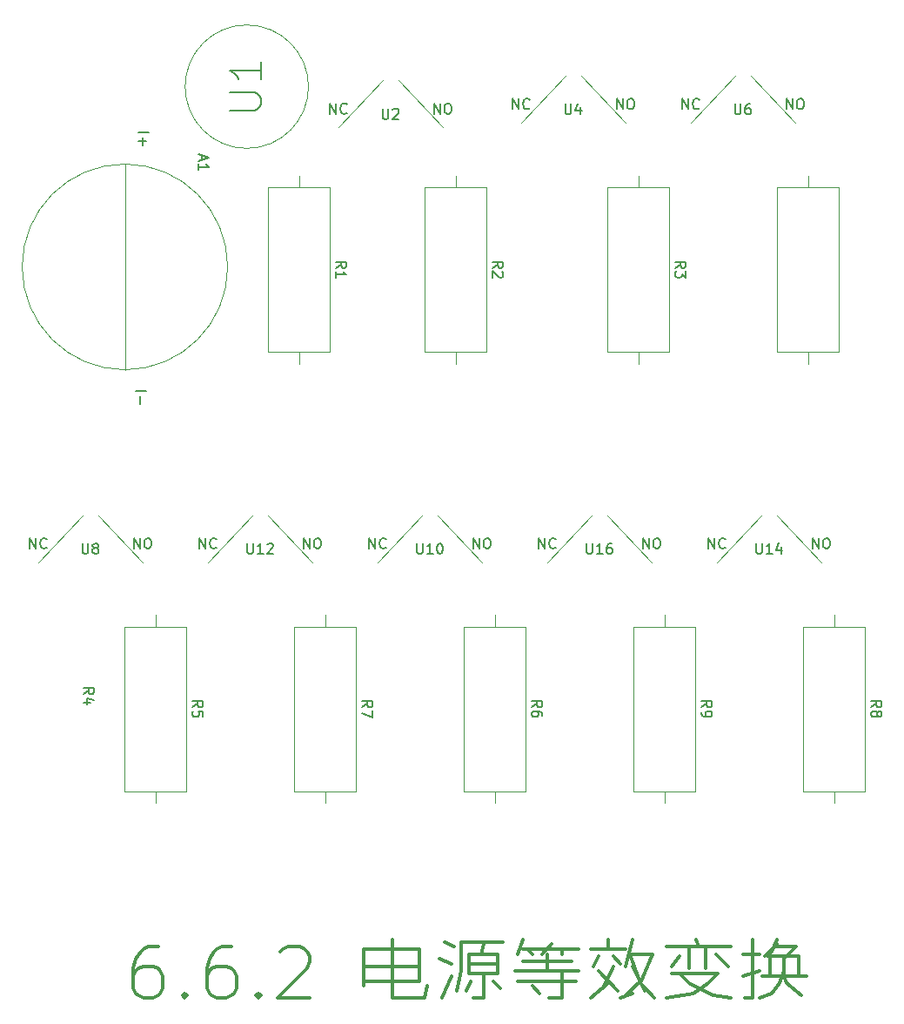
<source format=gbr>
%TF.GenerationSoftware,KiCad,Pcbnew,(6.0.7)*%
%TF.CreationDate,2022-09-04T22:45:54+08:00*%
%TF.ProjectId,6_6_2,365f365f-322e-46b6-9963-61645f706362,rev?*%
%TF.SameCoordinates,Original*%
%TF.FileFunction,Legend,Top*%
%TF.FilePolarity,Positive*%
%FSLAX46Y46*%
G04 Gerber Fmt 4.6, Leading zero omitted, Abs format (unit mm)*
G04 Created by KiCad (PCBNEW (6.0.7)) date 2022-09-04 22:45:54*
%MOMM*%
%LPD*%
G01*
G04 APERTURE LIST*
%ADD10C,0.300000*%
%ADD11C,0.150000*%
%ADD12C,0.120000*%
G04 APERTURE END LIST*
D10*
X33261904Y-105211904D02*
X32309523Y-105211904D01*
X31833333Y-105450000D01*
X31595238Y-105688095D01*
X31119047Y-106402380D01*
X30880952Y-107354761D01*
X30880952Y-109259523D01*
X31119047Y-109735714D01*
X31357142Y-109973809D01*
X31833333Y-110211904D01*
X32785714Y-110211904D01*
X33261904Y-109973809D01*
X33499999Y-109735714D01*
X33738095Y-109259523D01*
X33738095Y-108069047D01*
X33499999Y-107592857D01*
X33261904Y-107354761D01*
X32785714Y-107116666D01*
X31833333Y-107116666D01*
X31357142Y-107354761D01*
X31119047Y-107592857D01*
X30880952Y-108069047D01*
X35880952Y-109735714D02*
X36119047Y-109973809D01*
X35880952Y-110211904D01*
X35642857Y-109973809D01*
X35880952Y-109735714D01*
X35880952Y-110211904D01*
X40404761Y-105211904D02*
X39452380Y-105211904D01*
X38976190Y-105450000D01*
X38738095Y-105688095D01*
X38261904Y-106402380D01*
X38023809Y-107354761D01*
X38023809Y-109259523D01*
X38261904Y-109735714D01*
X38500000Y-109973809D01*
X38976190Y-110211904D01*
X39928571Y-110211904D01*
X40404761Y-109973809D01*
X40642857Y-109735714D01*
X40880952Y-109259523D01*
X40880952Y-108069047D01*
X40642857Y-107592857D01*
X40404761Y-107354761D01*
X39928571Y-107116666D01*
X38976190Y-107116666D01*
X38500000Y-107354761D01*
X38261904Y-107592857D01*
X38023809Y-108069047D01*
X43023809Y-109735714D02*
X43261904Y-109973809D01*
X43023809Y-110211904D01*
X42785714Y-109973809D01*
X43023809Y-109735714D01*
X43023809Y-110211904D01*
X45166666Y-105688095D02*
X45404761Y-105450000D01*
X45880952Y-105211904D01*
X47071428Y-105211904D01*
X47547619Y-105450000D01*
X47785714Y-105688095D01*
X48023809Y-106164285D01*
X48023809Y-106640476D01*
X47785714Y-107354761D01*
X44928571Y-110211904D01*
X48023809Y-110211904D01*
X53261904Y-107116666D02*
X58738095Y-107116666D01*
X53261904Y-108545238D02*
X58738095Y-108545238D01*
X56119047Y-110211904D02*
X59214285Y-110211904D01*
X53261904Y-105450000D02*
X53261904Y-109021428D01*
X56119047Y-104497619D02*
X56119047Y-110211904D01*
X53261904Y-105450000D02*
X58738095Y-105450000D01*
X58738095Y-108545238D01*
X59452380Y-109021428D02*
X59214285Y-110211904D01*
X62785714Y-104735714D02*
X66833333Y-104735714D01*
X63499999Y-106878571D02*
X66357142Y-106878571D01*
X63499999Y-107830952D02*
X66357142Y-107830952D01*
X63976190Y-110211904D02*
X64928571Y-110211904D01*
X63499999Y-105926190D02*
X63499999Y-107830952D01*
X64928571Y-104973809D02*
X64690476Y-105926190D01*
X64928571Y-107830952D02*
X64928571Y-110211904D01*
X63499999Y-105926190D02*
X66357142Y-105926190D01*
X66357142Y-107830952D01*
X65880952Y-108545238D02*
X66595238Y-109259523D01*
X63738095Y-108545238D02*
X63261904Y-109497619D01*
X61119047Y-104735714D02*
X62071428Y-105211904D01*
X60642857Y-106402380D02*
X61833333Y-106878571D01*
X61833333Y-108069047D02*
X60880952Y-110211904D01*
X62785714Y-104735714D02*
X62785714Y-107592857D01*
X62309523Y-109497619D01*
X68738095Y-105450000D02*
X70880952Y-105450000D01*
X71357142Y-105450000D02*
X74214285Y-105450000D01*
X68738095Y-106640476D02*
X73500000Y-106640476D01*
X68023809Y-107592857D02*
X74214285Y-107592857D01*
X68261904Y-108545238D02*
X73976190Y-108545238D01*
X71357142Y-110211904D02*
X72547619Y-110211904D01*
X71119047Y-105926190D02*
X71119047Y-107592857D01*
X72547619Y-107592857D02*
X72547619Y-110211904D01*
X69690476Y-109021428D02*
X70404761Y-109735714D01*
X72547619Y-105450000D02*
X72547619Y-105926190D01*
X71595238Y-104973809D02*
X70642857Y-105926190D01*
X69214285Y-105450000D02*
X69690476Y-105926190D01*
X68738095Y-104497619D02*
X68261904Y-105926190D01*
X75404761Y-105450000D02*
X78738095Y-105450000D01*
X77071428Y-104497619D02*
X77071428Y-105450000D01*
X80166666Y-108783333D02*
X81595238Y-110211904D01*
X76119047Y-107592857D02*
X78023809Y-109497619D01*
X77547619Y-106164285D02*
X78261904Y-106878571D01*
X77071428Y-108783333D02*
X75404761Y-110211904D01*
X79452380Y-109735714D02*
X78261904Y-110211904D01*
X80166666Y-108545238D02*
X78738095Y-109973809D01*
X79452380Y-107116666D02*
X80642857Y-109497619D01*
X76119047Y-106164285D02*
X75642857Y-107116666D01*
X77547619Y-107116666D02*
X76595238Y-109259523D01*
X79214285Y-105926190D02*
X80166666Y-108783333D01*
X79214285Y-105926190D02*
X81357142Y-105926190D01*
X80166666Y-108783333D01*
X79452380Y-104497619D02*
X78738095Y-107116666D01*
X82785714Y-105211904D02*
X88976190Y-105211904D01*
X84928571Y-105211904D02*
X84928571Y-107354761D01*
X86595238Y-105211904D02*
X86595238Y-107354761D01*
X85642857Y-104497619D02*
X85880952Y-105211904D01*
X87547619Y-105926190D02*
X88738095Y-107116666D01*
X83976190Y-106164285D02*
X83261904Y-107116666D01*
X83976190Y-107830952D02*
X84928571Y-108783333D01*
X86357142Y-109497619D01*
X87309523Y-109973809D01*
X88976190Y-110211904D01*
X83261904Y-107830952D02*
X87785714Y-107830952D01*
X86833333Y-108783333D01*
X85404761Y-109735714D01*
X82785714Y-110211904D01*
X90166666Y-105926190D02*
X91833333Y-105926190D01*
X92071428Y-108069047D02*
X96357142Y-108069047D01*
X90404761Y-110211904D02*
X91119047Y-110211904D01*
X91119047Y-104497619D02*
X91119047Y-110211904D01*
X92785714Y-105926190D02*
X92785714Y-108069047D01*
X92547619Y-106164285D02*
X95642857Y-106164285D01*
X95642857Y-108069047D01*
X94214285Y-106164285D02*
X94214285Y-108069047D01*
X94452380Y-108783333D01*
X95880952Y-109973809D01*
X93261904Y-105211904D02*
X95404761Y-105211904D01*
X94214285Y-106402380D01*
X93500000Y-104973809D02*
X92309523Y-106164285D01*
X93500000Y-104497619D02*
X93023809Y-105688095D01*
X94214285Y-107592857D02*
X93738095Y-108783333D01*
X93023809Y-109735714D01*
X91833333Y-110211904D01*
X91833333Y-107592857D02*
X90166666Y-108069047D01*
D11*
%TO.C,U16*%
X74961904Y-66000380D02*
X74961904Y-66809904D01*
X75009523Y-66905142D01*
X75057142Y-66952761D01*
X75152380Y-67000380D01*
X75342857Y-67000380D01*
X75438095Y-66952761D01*
X75485714Y-66905142D01*
X75533333Y-66809904D01*
X75533333Y-66000380D01*
X76533333Y-67000380D02*
X75961904Y-67000380D01*
X76247619Y-67000380D02*
X76247619Y-66000380D01*
X76152380Y-66143238D01*
X76057142Y-66238476D01*
X75961904Y-66286095D01*
X77390476Y-66000380D02*
X77200000Y-66000380D01*
X77104761Y-66048000D01*
X77057142Y-66095619D01*
X76961904Y-66238476D01*
X76914285Y-66428952D01*
X76914285Y-66809904D01*
X76961904Y-66905142D01*
X77009523Y-66952761D01*
X77104761Y-67000380D01*
X77295238Y-67000380D01*
X77390476Y-66952761D01*
X77438095Y-66905142D01*
X77485714Y-66809904D01*
X77485714Y-66571809D01*
X77438095Y-66476571D01*
X77390476Y-66428952D01*
X77295238Y-66381333D01*
X77104761Y-66381333D01*
X77009523Y-66428952D01*
X76961904Y-66476571D01*
X76914285Y-66571809D01*
X80470476Y-66492380D02*
X80470476Y-65492380D01*
X81041904Y-66492380D01*
X81041904Y-65492380D01*
X81708571Y-65492380D02*
X81899047Y-65492380D01*
X81994285Y-65540000D01*
X82089523Y-65635238D01*
X82137142Y-65825714D01*
X82137142Y-66159047D01*
X82089523Y-66349523D01*
X81994285Y-66444761D01*
X81899047Y-66492380D01*
X81708571Y-66492380D01*
X81613333Y-66444761D01*
X81518095Y-66349523D01*
X81470476Y-66159047D01*
X81470476Y-65825714D01*
X81518095Y-65635238D01*
X81613333Y-65540000D01*
X81708571Y-65492380D01*
X70334285Y-66492380D02*
X70334285Y-65492380D01*
X70905714Y-66492380D01*
X70905714Y-65492380D01*
X71953333Y-66397142D02*
X71905714Y-66444761D01*
X71762857Y-66492380D01*
X71667619Y-66492380D01*
X71524761Y-66444761D01*
X71429523Y-66349523D01*
X71381904Y-66254285D01*
X71334285Y-66063809D01*
X71334285Y-65920952D01*
X71381904Y-65730476D01*
X71429523Y-65635238D01*
X71524761Y-65540000D01*
X71667619Y-65492380D01*
X71762857Y-65492380D01*
X71905714Y-65540000D01*
X71953333Y-65587619D01*
%TO.C,U14*%
X91471904Y-66000380D02*
X91471904Y-66809904D01*
X91519523Y-66905142D01*
X91567142Y-66952761D01*
X91662380Y-67000380D01*
X91852857Y-67000380D01*
X91948095Y-66952761D01*
X91995714Y-66905142D01*
X92043333Y-66809904D01*
X92043333Y-66000380D01*
X93043333Y-67000380D02*
X92471904Y-67000380D01*
X92757619Y-67000380D02*
X92757619Y-66000380D01*
X92662380Y-66143238D01*
X92567142Y-66238476D01*
X92471904Y-66286095D01*
X93900476Y-66333714D02*
X93900476Y-67000380D01*
X93662380Y-65952761D02*
X93424285Y-66667047D01*
X94043333Y-66667047D01*
X96980476Y-66492380D02*
X96980476Y-65492380D01*
X97551904Y-66492380D01*
X97551904Y-65492380D01*
X98218571Y-65492380D02*
X98409047Y-65492380D01*
X98504285Y-65540000D01*
X98599523Y-65635238D01*
X98647142Y-65825714D01*
X98647142Y-66159047D01*
X98599523Y-66349523D01*
X98504285Y-66444761D01*
X98409047Y-66492380D01*
X98218571Y-66492380D01*
X98123333Y-66444761D01*
X98028095Y-66349523D01*
X97980476Y-66159047D01*
X97980476Y-65825714D01*
X98028095Y-65635238D01*
X98123333Y-65540000D01*
X98218571Y-65492380D01*
X86844285Y-66492380D02*
X86844285Y-65492380D01*
X87415714Y-66492380D01*
X87415714Y-65492380D01*
X88463333Y-66397142D02*
X88415714Y-66444761D01*
X88272857Y-66492380D01*
X88177619Y-66492380D01*
X88034761Y-66444761D01*
X87939523Y-66349523D01*
X87891904Y-66254285D01*
X87844285Y-66063809D01*
X87844285Y-65920952D01*
X87891904Y-65730476D01*
X87939523Y-65635238D01*
X88034761Y-65540000D01*
X88177619Y-65492380D01*
X88272857Y-65492380D01*
X88415714Y-65540000D01*
X88463333Y-65587619D01*
%TO.C,U12*%
X41941904Y-66000380D02*
X41941904Y-66809904D01*
X41989523Y-66905142D01*
X42037142Y-66952761D01*
X42132380Y-67000380D01*
X42322857Y-67000380D01*
X42418095Y-66952761D01*
X42465714Y-66905142D01*
X42513333Y-66809904D01*
X42513333Y-66000380D01*
X43513333Y-67000380D02*
X42941904Y-67000380D01*
X43227619Y-67000380D02*
X43227619Y-66000380D01*
X43132380Y-66143238D01*
X43037142Y-66238476D01*
X42941904Y-66286095D01*
X43894285Y-66095619D02*
X43941904Y-66048000D01*
X44037142Y-66000380D01*
X44275238Y-66000380D01*
X44370476Y-66048000D01*
X44418095Y-66095619D01*
X44465714Y-66190857D01*
X44465714Y-66286095D01*
X44418095Y-66428952D01*
X43846666Y-67000380D01*
X44465714Y-67000380D01*
X47450476Y-66492380D02*
X47450476Y-65492380D01*
X48021904Y-66492380D01*
X48021904Y-65492380D01*
X48688571Y-65492380D02*
X48879047Y-65492380D01*
X48974285Y-65540000D01*
X49069523Y-65635238D01*
X49117142Y-65825714D01*
X49117142Y-66159047D01*
X49069523Y-66349523D01*
X48974285Y-66444761D01*
X48879047Y-66492380D01*
X48688571Y-66492380D01*
X48593333Y-66444761D01*
X48498095Y-66349523D01*
X48450476Y-66159047D01*
X48450476Y-65825714D01*
X48498095Y-65635238D01*
X48593333Y-65540000D01*
X48688571Y-65492380D01*
X37314285Y-66492380D02*
X37314285Y-65492380D01*
X37885714Y-66492380D01*
X37885714Y-65492380D01*
X38933333Y-66397142D02*
X38885714Y-66444761D01*
X38742857Y-66492380D01*
X38647619Y-66492380D01*
X38504761Y-66444761D01*
X38409523Y-66349523D01*
X38361904Y-66254285D01*
X38314285Y-66063809D01*
X38314285Y-65920952D01*
X38361904Y-65730476D01*
X38409523Y-65635238D01*
X38504761Y-65540000D01*
X38647619Y-65492380D01*
X38742857Y-65492380D01*
X38885714Y-65540000D01*
X38933333Y-65587619D01*
%TO.C,U10*%
X58451904Y-66000380D02*
X58451904Y-66809904D01*
X58499523Y-66905142D01*
X58547142Y-66952761D01*
X58642380Y-67000380D01*
X58832857Y-67000380D01*
X58928095Y-66952761D01*
X58975714Y-66905142D01*
X59023333Y-66809904D01*
X59023333Y-66000380D01*
X60023333Y-67000380D02*
X59451904Y-67000380D01*
X59737619Y-67000380D02*
X59737619Y-66000380D01*
X59642380Y-66143238D01*
X59547142Y-66238476D01*
X59451904Y-66286095D01*
X60642380Y-66000380D02*
X60737619Y-66000380D01*
X60832857Y-66048000D01*
X60880476Y-66095619D01*
X60928095Y-66190857D01*
X60975714Y-66381333D01*
X60975714Y-66619428D01*
X60928095Y-66809904D01*
X60880476Y-66905142D01*
X60832857Y-66952761D01*
X60737619Y-67000380D01*
X60642380Y-67000380D01*
X60547142Y-66952761D01*
X60499523Y-66905142D01*
X60451904Y-66809904D01*
X60404285Y-66619428D01*
X60404285Y-66381333D01*
X60451904Y-66190857D01*
X60499523Y-66095619D01*
X60547142Y-66048000D01*
X60642380Y-66000380D01*
X63960476Y-66492380D02*
X63960476Y-65492380D01*
X64531904Y-66492380D01*
X64531904Y-65492380D01*
X65198571Y-65492380D02*
X65389047Y-65492380D01*
X65484285Y-65540000D01*
X65579523Y-65635238D01*
X65627142Y-65825714D01*
X65627142Y-66159047D01*
X65579523Y-66349523D01*
X65484285Y-66444761D01*
X65389047Y-66492380D01*
X65198571Y-66492380D01*
X65103333Y-66444761D01*
X65008095Y-66349523D01*
X64960476Y-66159047D01*
X64960476Y-65825714D01*
X65008095Y-65635238D01*
X65103333Y-65540000D01*
X65198571Y-65492380D01*
X53824285Y-66492380D02*
X53824285Y-65492380D01*
X54395714Y-66492380D01*
X54395714Y-65492380D01*
X55443333Y-66397142D02*
X55395714Y-66444761D01*
X55252857Y-66492380D01*
X55157619Y-66492380D01*
X55014761Y-66444761D01*
X54919523Y-66349523D01*
X54871904Y-66254285D01*
X54824285Y-66063809D01*
X54824285Y-65920952D01*
X54871904Y-65730476D01*
X54919523Y-65635238D01*
X55014761Y-65540000D01*
X55157619Y-65492380D01*
X55252857Y-65492380D01*
X55395714Y-65540000D01*
X55443333Y-65587619D01*
%TO.C,U8*%
X25908095Y-66000380D02*
X25908095Y-66809904D01*
X25955714Y-66905142D01*
X26003333Y-66952761D01*
X26098571Y-67000380D01*
X26289047Y-67000380D01*
X26384285Y-66952761D01*
X26431904Y-66905142D01*
X26479523Y-66809904D01*
X26479523Y-66000380D01*
X27098571Y-66428952D02*
X27003333Y-66381333D01*
X26955714Y-66333714D01*
X26908095Y-66238476D01*
X26908095Y-66190857D01*
X26955714Y-66095619D01*
X27003333Y-66048000D01*
X27098571Y-66000380D01*
X27289047Y-66000380D01*
X27384285Y-66048000D01*
X27431904Y-66095619D01*
X27479523Y-66190857D01*
X27479523Y-66238476D01*
X27431904Y-66333714D01*
X27384285Y-66381333D01*
X27289047Y-66428952D01*
X27098571Y-66428952D01*
X27003333Y-66476571D01*
X26955714Y-66524190D01*
X26908095Y-66619428D01*
X26908095Y-66809904D01*
X26955714Y-66905142D01*
X27003333Y-66952761D01*
X27098571Y-67000380D01*
X27289047Y-67000380D01*
X27384285Y-66952761D01*
X27431904Y-66905142D01*
X27479523Y-66809904D01*
X27479523Y-66619428D01*
X27431904Y-66524190D01*
X27384285Y-66476571D01*
X27289047Y-66428952D01*
X30940476Y-66492380D02*
X30940476Y-65492380D01*
X31511904Y-66492380D01*
X31511904Y-65492380D01*
X32178571Y-65492380D02*
X32369047Y-65492380D01*
X32464285Y-65540000D01*
X32559523Y-65635238D01*
X32607142Y-65825714D01*
X32607142Y-66159047D01*
X32559523Y-66349523D01*
X32464285Y-66444761D01*
X32369047Y-66492380D01*
X32178571Y-66492380D01*
X32083333Y-66444761D01*
X31988095Y-66349523D01*
X31940476Y-66159047D01*
X31940476Y-65825714D01*
X31988095Y-65635238D01*
X32083333Y-65540000D01*
X32178571Y-65492380D01*
X20804285Y-66492380D02*
X20804285Y-65492380D01*
X21375714Y-66492380D01*
X21375714Y-65492380D01*
X22423333Y-66397142D02*
X22375714Y-66444761D01*
X22232857Y-66492380D01*
X22137619Y-66492380D01*
X21994761Y-66444761D01*
X21899523Y-66349523D01*
X21851904Y-66254285D01*
X21804285Y-66063809D01*
X21804285Y-65920952D01*
X21851904Y-65730476D01*
X21899523Y-65635238D01*
X21994761Y-65540000D01*
X22137619Y-65492380D01*
X22232857Y-65492380D01*
X22375714Y-65540000D01*
X22423333Y-65587619D01*
%TO.C,U6*%
X89408095Y-23280380D02*
X89408095Y-24089904D01*
X89455714Y-24185142D01*
X89503333Y-24232761D01*
X89598571Y-24280380D01*
X89789047Y-24280380D01*
X89884285Y-24232761D01*
X89931904Y-24185142D01*
X89979523Y-24089904D01*
X89979523Y-23280380D01*
X90884285Y-23280380D02*
X90693809Y-23280380D01*
X90598571Y-23328000D01*
X90550952Y-23375619D01*
X90455714Y-23518476D01*
X90408095Y-23708952D01*
X90408095Y-24089904D01*
X90455714Y-24185142D01*
X90503333Y-24232761D01*
X90598571Y-24280380D01*
X90789047Y-24280380D01*
X90884285Y-24232761D01*
X90931904Y-24185142D01*
X90979523Y-24089904D01*
X90979523Y-23851809D01*
X90931904Y-23756571D01*
X90884285Y-23708952D01*
X90789047Y-23661333D01*
X90598571Y-23661333D01*
X90503333Y-23708952D01*
X90455714Y-23756571D01*
X90408095Y-23851809D01*
X84304285Y-23772380D02*
X84304285Y-22772380D01*
X84875714Y-23772380D01*
X84875714Y-22772380D01*
X85923333Y-23677142D02*
X85875714Y-23724761D01*
X85732857Y-23772380D01*
X85637619Y-23772380D01*
X85494761Y-23724761D01*
X85399523Y-23629523D01*
X85351904Y-23534285D01*
X85304285Y-23343809D01*
X85304285Y-23200952D01*
X85351904Y-23010476D01*
X85399523Y-22915238D01*
X85494761Y-22820000D01*
X85637619Y-22772380D01*
X85732857Y-22772380D01*
X85875714Y-22820000D01*
X85923333Y-22867619D01*
X94440476Y-23772380D02*
X94440476Y-22772380D01*
X95011904Y-23772380D01*
X95011904Y-22772380D01*
X95678571Y-22772380D02*
X95869047Y-22772380D01*
X95964285Y-22820000D01*
X96059523Y-22915238D01*
X96107142Y-23105714D01*
X96107142Y-23439047D01*
X96059523Y-23629523D01*
X95964285Y-23724761D01*
X95869047Y-23772380D01*
X95678571Y-23772380D01*
X95583333Y-23724761D01*
X95488095Y-23629523D01*
X95440476Y-23439047D01*
X95440476Y-23105714D01*
X95488095Y-22915238D01*
X95583333Y-22820000D01*
X95678571Y-22772380D01*
%TO.C,U4*%
X72898095Y-23280380D02*
X72898095Y-24089904D01*
X72945714Y-24185142D01*
X72993333Y-24232761D01*
X73088571Y-24280380D01*
X73279047Y-24280380D01*
X73374285Y-24232761D01*
X73421904Y-24185142D01*
X73469523Y-24089904D01*
X73469523Y-23280380D01*
X74374285Y-23613714D02*
X74374285Y-24280380D01*
X74136190Y-23232761D02*
X73898095Y-23947047D01*
X74517142Y-23947047D01*
X67794285Y-23772380D02*
X67794285Y-22772380D01*
X68365714Y-23772380D01*
X68365714Y-22772380D01*
X69413333Y-23677142D02*
X69365714Y-23724761D01*
X69222857Y-23772380D01*
X69127619Y-23772380D01*
X68984761Y-23724761D01*
X68889523Y-23629523D01*
X68841904Y-23534285D01*
X68794285Y-23343809D01*
X68794285Y-23200952D01*
X68841904Y-23010476D01*
X68889523Y-22915238D01*
X68984761Y-22820000D01*
X69127619Y-22772380D01*
X69222857Y-22772380D01*
X69365714Y-22820000D01*
X69413333Y-22867619D01*
X77930476Y-23772380D02*
X77930476Y-22772380D01*
X78501904Y-23772380D01*
X78501904Y-22772380D01*
X79168571Y-22772380D02*
X79359047Y-22772380D01*
X79454285Y-22820000D01*
X79549523Y-22915238D01*
X79597142Y-23105714D01*
X79597142Y-23439047D01*
X79549523Y-23629523D01*
X79454285Y-23724761D01*
X79359047Y-23772380D01*
X79168571Y-23772380D01*
X79073333Y-23724761D01*
X78978095Y-23629523D01*
X78930476Y-23439047D01*
X78930476Y-23105714D01*
X78978095Y-22915238D01*
X79073333Y-22820000D01*
X79168571Y-22772380D01*
%TO.C,U2*%
X55118095Y-23740380D02*
X55118095Y-24549904D01*
X55165714Y-24645142D01*
X55213333Y-24692761D01*
X55308571Y-24740380D01*
X55499047Y-24740380D01*
X55594285Y-24692761D01*
X55641904Y-24645142D01*
X55689523Y-24549904D01*
X55689523Y-23740380D01*
X56118095Y-23835619D02*
X56165714Y-23788000D01*
X56260952Y-23740380D01*
X56499047Y-23740380D01*
X56594285Y-23788000D01*
X56641904Y-23835619D01*
X56689523Y-23930857D01*
X56689523Y-24026095D01*
X56641904Y-24168952D01*
X56070476Y-24740380D01*
X56689523Y-24740380D01*
X50014285Y-24232380D02*
X50014285Y-23232380D01*
X50585714Y-24232380D01*
X50585714Y-23232380D01*
X51633333Y-24137142D02*
X51585714Y-24184761D01*
X51442857Y-24232380D01*
X51347619Y-24232380D01*
X51204761Y-24184761D01*
X51109523Y-24089523D01*
X51061904Y-23994285D01*
X51014285Y-23803809D01*
X51014285Y-23660952D01*
X51061904Y-23470476D01*
X51109523Y-23375238D01*
X51204761Y-23280000D01*
X51347619Y-23232380D01*
X51442857Y-23232380D01*
X51585714Y-23280000D01*
X51633333Y-23327619D01*
X60150476Y-24232380D02*
X60150476Y-23232380D01*
X60721904Y-24232380D01*
X60721904Y-23232380D01*
X61388571Y-23232380D02*
X61579047Y-23232380D01*
X61674285Y-23280000D01*
X61769523Y-23375238D01*
X61817142Y-23565714D01*
X61817142Y-23899047D01*
X61769523Y-24089523D01*
X61674285Y-24184761D01*
X61579047Y-24232380D01*
X61388571Y-24232380D01*
X61293333Y-24184761D01*
X61198095Y-24089523D01*
X61150476Y-23899047D01*
X61150476Y-23565714D01*
X61198095Y-23375238D01*
X61293333Y-23280000D01*
X61388571Y-23232380D01*
%TO.C,U1*%
X40267142Y-23875714D02*
X42695714Y-23875714D01*
X42981428Y-23732857D01*
X43124285Y-23590000D01*
X43267142Y-23304285D01*
X43267142Y-22732857D01*
X43124285Y-22447142D01*
X42981428Y-22304285D01*
X42695714Y-22161428D01*
X40267142Y-22161428D01*
X43267142Y-19161428D02*
X43267142Y-20875714D01*
X43267142Y-20018571D02*
X40267142Y-20018571D01*
X40695714Y-20304285D01*
X40981428Y-20590000D01*
X41124285Y-20875714D01*
%TO.C,R9*%
X86161619Y-81923333D02*
X86637809Y-81590000D01*
X86161619Y-81351904D02*
X87161619Y-81351904D01*
X87161619Y-81732857D01*
X87114000Y-81828095D01*
X87066380Y-81875714D01*
X86971142Y-81923333D01*
X86828285Y-81923333D01*
X86733047Y-81875714D01*
X86685428Y-81828095D01*
X86637809Y-81732857D01*
X86637809Y-81351904D01*
X86161619Y-82399523D02*
X86161619Y-82590000D01*
X86209238Y-82685238D01*
X86256857Y-82732857D01*
X86399714Y-82828095D01*
X86590190Y-82875714D01*
X86971142Y-82875714D01*
X87066380Y-82828095D01*
X87114000Y-82780476D01*
X87161619Y-82685238D01*
X87161619Y-82494761D01*
X87114000Y-82399523D01*
X87066380Y-82351904D01*
X86971142Y-82304285D01*
X86733047Y-82304285D01*
X86637809Y-82351904D01*
X86590190Y-82399523D01*
X86542571Y-82494761D01*
X86542571Y-82685238D01*
X86590190Y-82780476D01*
X86637809Y-82828095D01*
X86733047Y-82875714D01*
%TO.C,R8*%
X102671619Y-81923333D02*
X103147809Y-81590000D01*
X102671619Y-81351904D02*
X103671619Y-81351904D01*
X103671619Y-81732857D01*
X103624000Y-81828095D01*
X103576380Y-81875714D01*
X103481142Y-81923333D01*
X103338285Y-81923333D01*
X103243047Y-81875714D01*
X103195428Y-81828095D01*
X103147809Y-81732857D01*
X103147809Y-81351904D01*
X103243047Y-82494761D02*
X103290666Y-82399523D01*
X103338285Y-82351904D01*
X103433523Y-82304285D01*
X103481142Y-82304285D01*
X103576380Y-82351904D01*
X103624000Y-82399523D01*
X103671619Y-82494761D01*
X103671619Y-82685238D01*
X103624000Y-82780476D01*
X103576380Y-82828095D01*
X103481142Y-82875714D01*
X103433523Y-82875714D01*
X103338285Y-82828095D01*
X103290666Y-82780476D01*
X103243047Y-82685238D01*
X103243047Y-82494761D01*
X103195428Y-82399523D01*
X103147809Y-82351904D01*
X103052571Y-82304285D01*
X102862095Y-82304285D01*
X102766857Y-82351904D01*
X102719238Y-82399523D01*
X102671619Y-82494761D01*
X102671619Y-82685238D01*
X102719238Y-82780476D01*
X102766857Y-82828095D01*
X102862095Y-82875714D01*
X103052571Y-82875714D01*
X103147809Y-82828095D01*
X103195428Y-82780476D01*
X103243047Y-82685238D01*
%TO.C,R7*%
X53141619Y-81923333D02*
X53617809Y-81590000D01*
X53141619Y-81351904D02*
X54141619Y-81351904D01*
X54141619Y-81732857D01*
X54094000Y-81828095D01*
X54046380Y-81875714D01*
X53951142Y-81923333D01*
X53808285Y-81923333D01*
X53713047Y-81875714D01*
X53665428Y-81828095D01*
X53617809Y-81732857D01*
X53617809Y-81351904D01*
X54141619Y-82256666D02*
X54141619Y-82923333D01*
X53141619Y-82494761D01*
%TO.C,R6*%
X69651619Y-81923333D02*
X70127809Y-81590000D01*
X69651619Y-81351904D02*
X70651619Y-81351904D01*
X70651619Y-81732857D01*
X70604000Y-81828095D01*
X70556380Y-81875714D01*
X70461142Y-81923333D01*
X70318285Y-81923333D01*
X70223047Y-81875714D01*
X70175428Y-81828095D01*
X70127809Y-81732857D01*
X70127809Y-81351904D01*
X70651619Y-82780476D02*
X70651619Y-82590000D01*
X70604000Y-82494761D01*
X70556380Y-82447142D01*
X70413523Y-82351904D01*
X70223047Y-82304285D01*
X69842095Y-82304285D01*
X69746857Y-82351904D01*
X69699238Y-82399523D01*
X69651619Y-82494761D01*
X69651619Y-82685238D01*
X69699238Y-82780476D01*
X69746857Y-82828095D01*
X69842095Y-82875714D01*
X70080190Y-82875714D01*
X70175428Y-82828095D01*
X70223047Y-82780476D01*
X70270666Y-82685238D01*
X70270666Y-82494761D01*
X70223047Y-82399523D01*
X70175428Y-82351904D01*
X70080190Y-82304285D01*
%TO.C,R5*%
X36631619Y-81923333D02*
X37107809Y-81590000D01*
X36631619Y-81351904D02*
X37631619Y-81351904D01*
X37631619Y-81732857D01*
X37584000Y-81828095D01*
X37536380Y-81875714D01*
X37441142Y-81923333D01*
X37298285Y-81923333D01*
X37203047Y-81875714D01*
X37155428Y-81828095D01*
X37107809Y-81732857D01*
X37107809Y-81351904D01*
X37631619Y-82828095D02*
X37631619Y-82351904D01*
X37155428Y-82304285D01*
X37203047Y-82351904D01*
X37250666Y-82447142D01*
X37250666Y-82685238D01*
X37203047Y-82780476D01*
X37155428Y-82828095D01*
X37060190Y-82875714D01*
X36822095Y-82875714D01*
X36726857Y-82828095D01*
X36679238Y-82780476D01*
X36631619Y-82685238D01*
X36631619Y-82447142D01*
X36679238Y-82351904D01*
X36726857Y-82304285D01*
%TO.C,R4*%
X26011619Y-80653333D02*
X26487809Y-80320000D01*
X26011619Y-80081904D02*
X27011619Y-80081904D01*
X27011619Y-80462857D01*
X26964000Y-80558095D01*
X26916380Y-80605714D01*
X26821142Y-80653333D01*
X26678285Y-80653333D01*
X26583047Y-80605714D01*
X26535428Y-80558095D01*
X26487809Y-80462857D01*
X26487809Y-80081904D01*
X26678285Y-81510476D02*
X26011619Y-81510476D01*
X27059238Y-81272380D02*
X26344952Y-81034285D01*
X26344952Y-81653333D01*
%TO.C,R3*%
X83621619Y-39203333D02*
X84097809Y-38870000D01*
X83621619Y-38631904D02*
X84621619Y-38631904D01*
X84621619Y-39012857D01*
X84574000Y-39108095D01*
X84526380Y-39155714D01*
X84431142Y-39203333D01*
X84288285Y-39203333D01*
X84193047Y-39155714D01*
X84145428Y-39108095D01*
X84097809Y-39012857D01*
X84097809Y-38631904D01*
X84621619Y-39536666D02*
X84621619Y-40155714D01*
X84240666Y-39822380D01*
X84240666Y-39965238D01*
X84193047Y-40060476D01*
X84145428Y-40108095D01*
X84050190Y-40155714D01*
X83812095Y-40155714D01*
X83716857Y-40108095D01*
X83669238Y-40060476D01*
X83621619Y-39965238D01*
X83621619Y-39679523D01*
X83669238Y-39584285D01*
X83716857Y-39536666D01*
%TO.C,R2*%
X65841619Y-39203333D02*
X66317809Y-38870000D01*
X65841619Y-38631904D02*
X66841619Y-38631904D01*
X66841619Y-39012857D01*
X66794000Y-39108095D01*
X66746380Y-39155714D01*
X66651142Y-39203333D01*
X66508285Y-39203333D01*
X66413047Y-39155714D01*
X66365428Y-39108095D01*
X66317809Y-39012857D01*
X66317809Y-38631904D01*
X66746380Y-39584285D02*
X66794000Y-39631904D01*
X66841619Y-39727142D01*
X66841619Y-39965238D01*
X66794000Y-40060476D01*
X66746380Y-40108095D01*
X66651142Y-40155714D01*
X66555904Y-40155714D01*
X66413047Y-40108095D01*
X65841619Y-39536666D01*
X65841619Y-40155714D01*
%TO.C,R1*%
X50601619Y-39203333D02*
X51077809Y-38870000D01*
X50601619Y-38631904D02*
X51601619Y-38631904D01*
X51601619Y-39012857D01*
X51554000Y-39108095D01*
X51506380Y-39155714D01*
X51411142Y-39203333D01*
X51268285Y-39203333D01*
X51173047Y-39155714D01*
X51125428Y-39108095D01*
X51077809Y-39012857D01*
X51077809Y-38631904D01*
X50601619Y-40155714D02*
X50601619Y-39584285D01*
X50601619Y-39870000D02*
X51601619Y-39870000D01*
X51458761Y-39774761D01*
X51363523Y-39679523D01*
X51315904Y-39584285D01*
%TO.C,A1*%
X37501533Y-28241714D02*
X37501533Y-28717904D01*
X37215819Y-28146476D02*
X38215819Y-28479809D01*
X37215819Y-28813142D01*
X37215819Y-29670285D02*
X37215819Y-29098857D01*
X37215819Y-29384571D02*
X38215819Y-29384571D01*
X38072961Y-29289333D01*
X37977723Y-29194095D01*
X37930104Y-29098857D01*
X31373819Y-26050952D02*
X32373819Y-26050952D01*
X31754771Y-26527142D02*
X31754771Y-27289047D01*
X31373819Y-26908095D02*
X32135723Y-26908095D01*
X31119819Y-51196952D02*
X32119819Y-51196952D01*
X31500771Y-51673142D02*
X31500771Y-52435047D01*
D12*
%TO.C,U16*%
X75438000Y-63246000D02*
X71120000Y-67818000D01*
X76962000Y-63246000D02*
X81280000Y-67818000D01*
%TO.C,U14*%
X91948000Y-63246000D02*
X87630000Y-67818000D01*
X93472000Y-63246000D02*
X97790000Y-67818000D01*
%TO.C,U12*%
X42418000Y-63246000D02*
X38100000Y-67818000D01*
X43942000Y-63246000D02*
X48260000Y-67818000D01*
%TO.C,U10*%
X58928000Y-63246000D02*
X54610000Y-67818000D01*
X60452000Y-63246000D02*
X64770000Y-67818000D01*
%TO.C,U8*%
X25908000Y-63246000D02*
X21590000Y-67818000D01*
X27432000Y-63246000D02*
X31750000Y-67818000D01*
%TO.C,U6*%
X90932000Y-20526000D02*
X95250000Y-25098000D01*
X89408000Y-20526000D02*
X85090000Y-25098000D01*
%TO.C,U4*%
X74422000Y-20526000D02*
X78740000Y-25098000D01*
X72898000Y-20526000D02*
X68580000Y-25098000D01*
%TO.C,U2*%
X56642000Y-20986000D02*
X60960000Y-25558000D01*
X55118000Y-20986000D02*
X50800000Y-25558000D01*
%TO.C,U1*%
X47910000Y-21590000D02*
G75*
G03*
X47910000Y-21590000I-6000000J0D01*
G01*
%TO.C,R9*%
X85550000Y-74090000D02*
X79550000Y-74090000D01*
X79550000Y-74090000D02*
X79550000Y-90090000D01*
X79550000Y-90090000D02*
X85550000Y-90090000D01*
X85550000Y-90090000D02*
X85550000Y-74090000D01*
X82550000Y-90090000D02*
X82550000Y-91234000D01*
X82550000Y-74090000D02*
X82550000Y-72946000D01*
%TO.C,R8*%
X102060000Y-74090000D02*
X96060000Y-74090000D01*
X96060000Y-74090000D02*
X96060000Y-90090000D01*
X96060000Y-90090000D02*
X102060000Y-90090000D01*
X102060000Y-90090000D02*
X102060000Y-74090000D01*
X99060000Y-90090000D02*
X99060000Y-91234000D01*
X99060000Y-74090000D02*
X99060000Y-72946000D01*
%TO.C,R7*%
X52530000Y-74090000D02*
X46530000Y-74090000D01*
X46530000Y-74090000D02*
X46530000Y-90090000D01*
X46530000Y-90090000D02*
X52530000Y-90090000D01*
X52530000Y-90090000D02*
X52530000Y-74090000D01*
X49530000Y-90090000D02*
X49530000Y-91234000D01*
X49530000Y-74090000D02*
X49530000Y-72946000D01*
%TO.C,R6*%
X69040000Y-74090000D02*
X63040000Y-74090000D01*
X63040000Y-74090000D02*
X63040000Y-90090000D01*
X63040000Y-90090000D02*
X69040000Y-90090000D01*
X69040000Y-90090000D02*
X69040000Y-74090000D01*
X66040000Y-90090000D02*
X66040000Y-91234000D01*
X66040000Y-74090000D02*
X66040000Y-72946000D01*
%TO.C,R5*%
X36020000Y-74090000D02*
X30020000Y-74090000D01*
X30020000Y-74090000D02*
X30020000Y-90090000D01*
X30020000Y-90090000D02*
X36020000Y-90090000D01*
X36020000Y-90090000D02*
X36020000Y-74090000D01*
X33020000Y-90090000D02*
X33020000Y-91234000D01*
X33020000Y-74090000D02*
X33020000Y-72946000D01*
%TO.C,R4*%
X99520000Y-31370000D02*
X93520000Y-31370000D01*
X93520000Y-31370000D02*
X93520000Y-47370000D01*
X93520000Y-47370000D02*
X99520000Y-47370000D01*
X99520000Y-47370000D02*
X99520000Y-31370000D01*
X96520000Y-47370000D02*
X96520000Y-48514000D01*
X96520000Y-31370000D02*
X96520000Y-30226000D01*
%TO.C,R3*%
X80010000Y-31370000D02*
X80010000Y-30226000D01*
X80010000Y-47370000D02*
X80010000Y-48514000D01*
X83010000Y-31370000D02*
X77010000Y-31370000D01*
X77010000Y-31370000D02*
X77010000Y-47370000D01*
X77010000Y-47370000D02*
X83010000Y-47370000D01*
X83010000Y-47370000D02*
X83010000Y-31370000D01*
%TO.C,R2*%
X62230000Y-31370000D02*
X62230000Y-30226000D01*
X62230000Y-47370000D02*
X62230000Y-48514000D01*
X65230000Y-31370000D02*
X59230000Y-31370000D01*
X59230000Y-31370000D02*
X59230000Y-47370000D01*
X59230000Y-47370000D02*
X65230000Y-47370000D01*
X65230000Y-47370000D02*
X65230000Y-31370000D01*
%TO.C,R1*%
X49990000Y-31370000D02*
X43990000Y-31370000D01*
X43990000Y-31370000D02*
X43990000Y-47370000D01*
X43990000Y-47370000D02*
X49990000Y-47370000D01*
X49990000Y-47370000D02*
X49990000Y-31370000D01*
X46990000Y-47370000D02*
X46990000Y-48514000D01*
X46990000Y-31370000D02*
X46990000Y-30226000D01*
%TO.C,A1*%
X30048200Y-29116000D02*
X30048200Y-49116000D01*
X40048200Y-39116000D02*
G75*
G03*
X40048200Y-39116000I-10000000J0D01*
G01*
%TD*%
M02*

</source>
